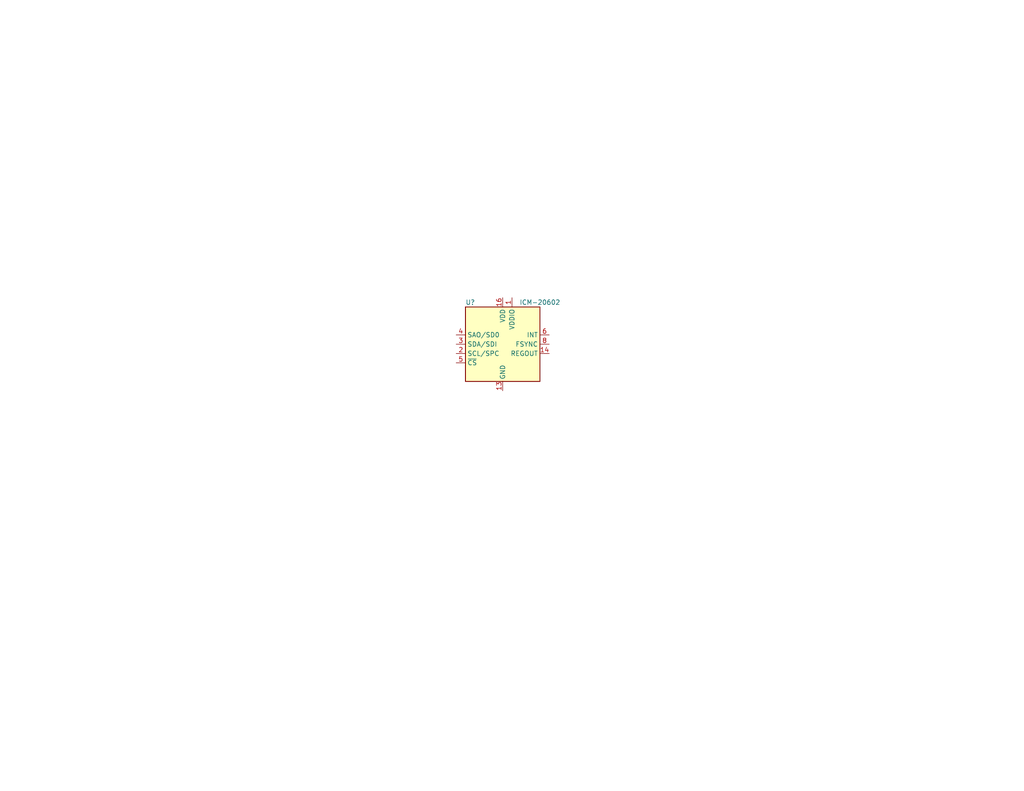
<source format=kicad_sch>
(kicad_sch (version 20211123) (generator eeschema)
  (paper "A")
  (lib_symbols
    (symbol "Sensor_Motion:ICM-20602"
      (property "Reference" "U" (at -10.16 11.43 0))
      (property "Value" "ICM-20602" (at 10.16 11.43 0))
      (symbol "ICM-20602_0_1"
        (rectangle (start -10.16 10.16) (end 10.16 -10.16) (stroke (width 0.254)) (fill (type background)))
      )
      (symbol "ICM-20602_1_1"
        (pin power_in line (at 2.54 12.7 270) (length 2.54) (name "VDDIO") (number "1"))
        (pin passive line (at 0 -12.7 90) (length 2.54) hide (name "GND") (number "10"))
        (pin passive line (at 0 -12.7 90) (length 2.54) hide (name "GND") (number "11"))
        (pin passive line (at 0 -12.7 90) (length 2.54) hide (name "GND") (number "12"))
        (pin power_in line (at 0 -12.7 90) (length 2.54) (name "GND") (number "13"))
        (pin passive line (at 12.7 -2.54 180) (length 2.54) (name "REGOUT") (number "14"))
        (pin passive line (at 0 -12.7 90) (length 2.54) hide (name "GND") (number "15"))
        (pin power_in line (at 0 12.7 270) (length 2.54) (name "VDD") (number "16"))
        (pin input line (at -12.7 -2.54 0) (length 2.54) (name "SCL/SPC") (number "2"))
        (pin bidirectional line (at -12.7 0 0) (length 2.54) (name "SDA/SDI") (number "3"))
        (pin bidirectional line (at -12.7 2.54 0) (length 2.54) (name "SAO/SD0") (number "4"))
        (pin input line (at -12.7 -5.08 0) (length 2.54) (name "~{CS}") (number "5"))
        (pin output line (at 12.7 2.54 180) (length 2.54) (name "INT") (number "6"))
        (pin no_connect line (at -10.16 5.08 0) (length 2.54) hide (name "RESV") (number "7"))
        (pin input line (at 12.7 0 180) (length 2.54) (name "FSYNC") (number "8"))
        (pin passive line (at 0 -12.7 90) (length 2.54) hide (name "GND") (number "9"))
      )
    )
  )
  (symbol (lib_id "Sensor_Motion:ICM-20602") (at 137.16 93.98 0) (unit 1)
    (property "Reference" "U?" (at 127 82.55 0) (effects (justify left)))
    (property "Value" "ICM-20602" (at 147.32 82.55 0))
    (property "Footprint" "Package_LGA:LGA-16_3x3mm_P0.5mm_LayoutBorder3x5y" (effects hide))
    (property "Datasheet" "http://www.invensense.com/wp-content/uploads/2016/10/DS-000176-ICM-20602-v1.0.pdf" (effects hide))
  )
)
</source>
